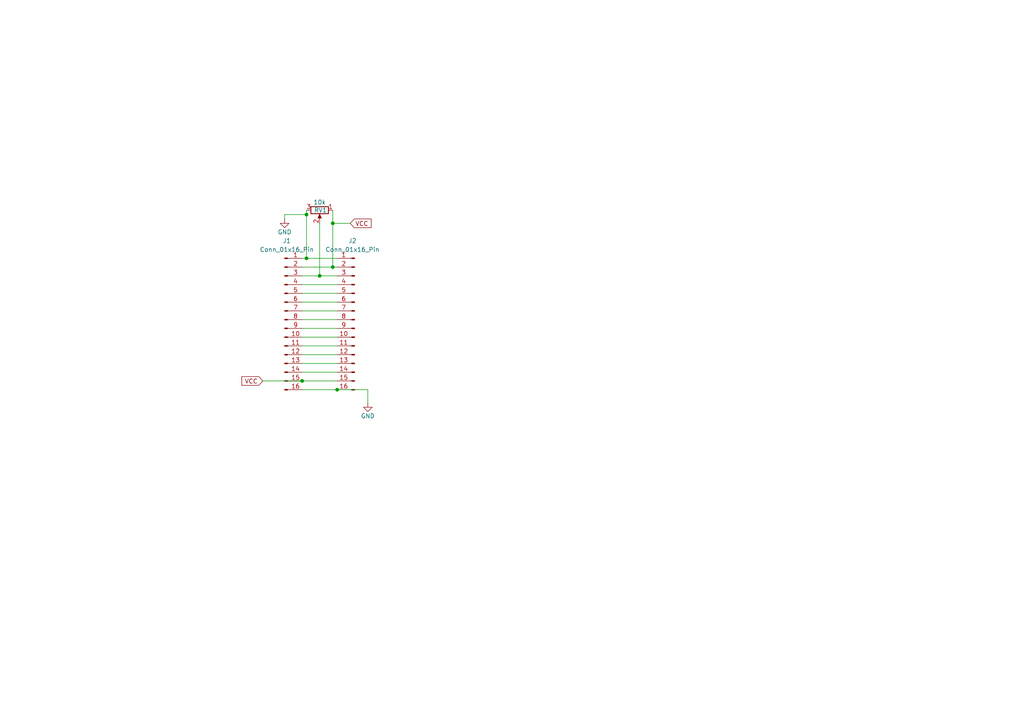
<source format=kicad_sch>
(kicad_sch (version 20231120) (generator "eeschema") (generator_version "8.0")
  (paper "A4")
  (lib_symbols
    (symbol "Connector:Conn_01x16_Pin" (pin_names (offset 1.016) hide)
      (property "Reference" "J" (at 0 20.32 0))
      (property "Value" "Conn_01x16_Pin" (at 0 -22.86 0))
      (symbol "Conn_01x16_Pin_1_1"
        (polyline (pts (xy 1.27 -20.32) (xy 0.8636 -20.32)) (stroke (width 0.1524)))
        (polyline (pts (xy 1.27 -17.78) (xy 0.8636 -17.78)) (stroke (width 0.1524)))
        (polyline (pts (xy 1.27 -15.24) (xy 0.8636 -15.24)) (stroke (width 0.1524)))
        (polyline (pts (xy 1.27 -12.7) (xy 0.8636 -12.7)) (stroke (width 0.1524)))
        (polyline (pts (xy 1.27 -10.16) (xy 0.8636 -10.16)) (stroke (width 0.1524)))
        (polyline (pts (xy 1.27 -7.62) (xy 0.8636 -7.62)) (stroke (width 0.1524)))
        (polyline (pts (xy 1.27 -5.08) (xy 0.8636 -5.08)) (stroke (width 0.1524)))
        (polyline (pts (xy 1.27 -2.54) (xy 0.8636 -2.54)) (stroke (width 0.1524)))
        (polyline (pts (xy 1.27 0) (xy 0.8636 0)) (stroke (width 0.1524)))
        (polyline (pts (xy 1.27 2.54) (xy 0.8636 2.54)) (stroke (width 0.1524)))
        (polyline (pts (xy 1.27 5.08) (xy 0.8636 5.08)) (stroke (width 0.1524)))
        (polyline (pts (xy 1.27 7.62) (xy 0.8636 7.62)) (stroke (width 0.1524)))
        (polyline (pts (xy 1.27 10.16) (xy 0.8636 10.16)) (stroke (width 0.1524)))
        (polyline (pts (xy 1.27 12.7) (xy 0.8636 12.7)) (stroke (width 0.1524)))
        (polyline (pts (xy 1.27 15.24) (xy 0.8636 15.24)) (stroke (width 0.1524)))
        (polyline (pts (xy 1.27 17.78) (xy 0.8636 17.78)) (stroke (width 0.1524)))
        (rectangle (start 0.8636 -20.193) (end 0 -20.447) (stroke (width 0.1524)) (fill (type outline)))
        (rectangle (start 0.8636 -17.653) (end 0 -17.907) (stroke (width 0.1524)) (fill (type outline)))
        (rectangle (start 0.8636 -15.113) (end 0 -15.367) (stroke (width 0.1524)) (fill (type outline)))
        (rectangle (start 0.8636 -12.573) (end 0 -12.827) (stroke (width 0.1524)) (fill (type outline)))
        (rectangle (start 0.8636 -10.033) (end 0 -10.287) (stroke (width 0.1524)) (fill (type outline)))
        (rectangle (start 0.8636 -7.493) (end 0 -7.747) (stroke (width 0.1524)) (fill (type outline)))
        (rectangle (start 0.8636 -4.953) (end 0 -5.207) (stroke (width 0.1524)) (fill (type outline)))
        (rectangle (start 0.8636 -2.413) (end 0 -2.667) (stroke (width 0.1524)) (fill (type outline)))
        (rectangle (start 0.8636 0.127) (end 0 -0.127) (stroke (width 0.1524)) (fill (type outline)))
        (rectangle (start 0.8636 2.667) (end 0 2.413) (stroke (width 0.1524)) (fill (type outline)))
        (rectangle (start 0.8636 5.207) (end 0 4.953) (stroke (width 0.1524)) (fill (type outline)))
        (rectangle (start 0.8636 7.747) (end 0 7.493) (stroke (width 0.1524)) (fill (type outline)))
        (rectangle (start 0.8636 10.287) (end 0 10.033) (stroke (width 0.1524)) (fill (type outline)))
        (rectangle (start 0.8636 12.827) (end 0 12.573) (stroke (width 0.1524)) (fill (type outline)))
        (rectangle (start 0.8636 15.367) (end 0 15.113) (stroke (width 0.1524)) (fill (type outline)))
        (rectangle (start 0.8636 17.907) (end 0 17.653) (stroke (width 0.1524)) (fill (type outline)))
        (pin passive line (at 5.08 17.78 180) (length 3.81) (name "Pin_1") (number "1"))
        (pin passive line (at 5.08 -5.08 180) (length 3.81) (name "Pin_10") (number "10"))
        (pin passive line (at 5.08 -7.62 180) (length 3.81) (name "Pin_11") (number "11"))
        (pin passive line (at 5.08 -10.16 180) (length 3.81) (name "Pin_12") (number "12"))
        (pin passive line (at 5.08 -12.7 180) (length 3.81) (name "Pin_13") (number "13"))
        (pin passive line (at 5.08 -15.24 180) (length 3.81) (name "Pin_14") (number "14"))
        (pin passive line (at 5.08 -17.78 180) (length 3.81) (name "Pin_15") (number "15"))
        (pin passive line (at 5.08 -20.32 180) (length 3.81) (name "Pin_16") (number "16"))
        (pin passive line (at 5.08 15.24 180) (length 3.81) (name "Pin_2") (number "2"))
        (pin passive line (at 5.08 12.7 180) (length 3.81) (name "Pin_3") (number "3"))
        (pin passive line (at 5.08 10.16 180) (length 3.81) (name "Pin_4") (number "4"))
        (pin passive line (at 5.08 7.62 180) (length 3.81) (name "Pin_5") (number "5"))
        (pin passive line (at 5.08 5.08 180) (length 3.81) (name "Pin_6") (number "6"))
        (pin passive line (at 5.08 2.54 180) (length 3.81) (name "Pin_7") (number "7"))
        (pin passive line (at 5.08 0 180) (length 3.81) (name "Pin_8") (number "8"))
        (pin passive line (at 5.08 -2.54 180) (length 3.81) (name "Pin_9") (number "9"))
      )
    )
    (symbol "Device:R_Potentiometer" (pin_names (offset 1.016) hide)
      (property "Reference" "RV" (at -4.445 0 90))
      (property "Value" "R_Potentiometer" (at -2.54 0 90))
      (symbol "R_Potentiometer_0_1"
        (polyline (pts (xy 2.54 0) (xy 1.524 0)))
        (polyline (pts (xy 1.143 0) (xy 2.286 0.508) (xy 2.286 -0.508) (xy 1.143 0)) (fill (type outline)))
        (rectangle (start 1.016 2.54) (end -1.016 -2.54) (stroke (width 0.254)))
      )
      (symbol "R_Potentiometer_1_1"
        (pin passive line (at 0 3.81 270) (length 1.27) (name "1") (number "1"))
        (pin passive line (at 3.81 0 180) (length 1.27) (name "2") (number "2"))
        (pin passive line (at 0 -3.81 90) (length 1.27) (name "3") (number "3"))
      )
    )
    (symbol "power:GND" (power) (pin_numbers hide) (pin_names (offset 0) hide)
      (property "Value" "GND" (at 0 -3.81 0))
      (symbol "GND_0_1"
        (polyline (pts (xy 0 0) (xy 0 -1.27) (xy 1.27 -1.27) (xy 0 -2.54) (xy -1.27 -1.27) (xy 0 -1.27)))
      )
      (symbol "GND_1_1"
        (pin power_in line (at 0 0 270) (length 0) (name "~") (number "1"))
      )
    )
  )
  (junction (at 96.52 64.77))
  (junction (at 87.63 110.49))
  (junction (at 88.9 62.23))
  (junction (at 88.9 74.93))
  (junction (at 96.52 77.47))
  (junction (at 92.71 80.01))
  (junction (at 97.79 113.03))
  (wire (pts (xy 87.63 110.49) (xy 97.79 110.49)))
  (wire (pts (xy 87.63 107.95) (xy 97.79 107.95)))
  (wire (pts (xy 96.52 60.96) (xy 96.52 64.77)))
  (wire (pts (xy 96.52 64.77) (xy 101.6 64.77)))
  (wire (pts (xy 87.63 77.47) (xy 96.52 77.47)))
  (wire (pts (xy 87.63 90.17) (xy 97.79 90.17)))
  (wire (pts (xy 87.63 85.09) (xy 97.79 85.09)))
  (wire (pts (xy 87.63 92.71) (xy 97.79 92.71)))
  (wire (pts (xy 87.63 95.25) (xy 97.79 95.25)))
  (wire (pts (xy 88.9 60.96) (xy 88.9 62.23)))
  (wire (pts (xy 87.63 80.01) (xy 92.71 80.01)))
  (wire (pts (xy 92.71 64.77) (xy 92.71 80.01)))
  (wire (pts (xy 87.63 74.93) (xy 88.9 74.93)))
  (wire (pts (xy 88.9 62.23) (xy 88.9 74.93)))
  (wire (pts (xy 76.2 110.49) (xy 87.63 110.49)))
  (wire (pts (xy 82.55 63.5) (xy 82.55 62.23)))
  (wire (pts (xy 87.63 87.63) (xy 97.79 87.63)))
  (wire (pts (xy 96.52 77.47) (xy 97.79 77.47)))
  (wire (pts (xy 87.63 82.55) (xy 97.79 82.55)))
  (wire (pts (xy 82.55 62.23) (xy 88.9 62.23)))
  (wire (pts (xy 87.63 105.41) (xy 97.79 105.41)))
  (wire (pts (xy 87.63 102.87) (xy 97.79 102.87)))
  (wire (pts (xy 106.68 116.84) (xy 106.68 113.03)))
  (wire (pts (xy 87.63 100.33) (xy 97.79 100.33)))
  (wire (pts (xy 96.52 64.77) (xy 96.52 77.47)))
  (wire (pts (xy 88.9 74.93) (xy 97.79 74.93)))
  (wire (pts (xy 87.63 97.79) (xy 97.79 97.79)))
  (wire (pts (xy 92.71 80.01) (xy 97.79 80.01)))
  (wire (pts (xy 97.79 113.03) (xy 106.68 113.03)))
  (wire (pts (xy 87.63 113.03) (xy 97.79 113.03)))
  (global_label "VCC" (shape input) (at 101.6 64.77 0) (property "Intersheetrefs" "${INTERSHEET_REFS}" (effects (hide yes))))
  (global_label "VCC" (shape input) (at 76.2 110.49 180) (property "Intersheetrefs" "${INTERSHEET_REFS}" (effects (hide yes))))
  (symbol (lib_id "power:GND") (at 106.68 116.84 0) (unit 1)
    (property "Reference" "#PWR01" (effects (hide yes)))
    (property "Value" "GND" (at 106.68 120.65 0))
    (property "Description" "Power symbol creates a global label with name \"GND\" , ground" (effects (hide yes)))
  )
  (symbol (lib_id "Device:R_Potentiometer") (at 92.71 60.96 270) (unit 1)
    (property "Reference" "RV1" (at 92.964 60.96 90))
    (property "Value" "10k" (at 92.71 58.674 90))
    (property "Footprint" "Potentiometer_THT:Potentiometer_ACP_CA9-H5_Horizontal" (effects (hide yes)))
    (property "Description" "Potentiometer" (effects (hide yes)))
  )
  (symbol (lib_id "Connector:Conn_01x16_Pin") (at 82.55 92.71 0) (unit 1)
    (property "Reference" "J1" (at 83.185 69.85 0))
    (property "Value" "Conn_01x16_Pin" (at 83.185 72.39 0))
    (property "Footprint" "Connector_PinSocket_2.54mm:PinSocket_1x16_P2.54mm_Vertical" (effects (hide yes)))
    (property "Description" "Generic connector, single row, 01x16, script generated" (effects (hide yes)))
  )
  (symbol (lib_id "power:GND") (at 82.55 63.5 0) (unit 1)
    (property "Reference" "#PWR02" (effects (hide yes)))
    (property "Value" "GND" (at 82.55 67.31 0))
    (property "Description" "Power symbol creates a global label with name \"GND\" , ground" (effects (hide yes)))
  )
  (symbol (lib_id "Connector:Conn_01x16_Pin") (at 102.87 92.71 0) (mirror y) (unit 1)
    (property "Reference" "J2" (at 102.235 69.85 0))
    (property "Value" "Conn_01x16_Pin" (at 102.235 72.39 0))
    (property "Footprint" "on_board_conn:waski" (effects (hide yes)))
    (property "Description" "Generic connector, single row, 01x16, script generated" (effects (hide yes)))
  )
)
</source>
